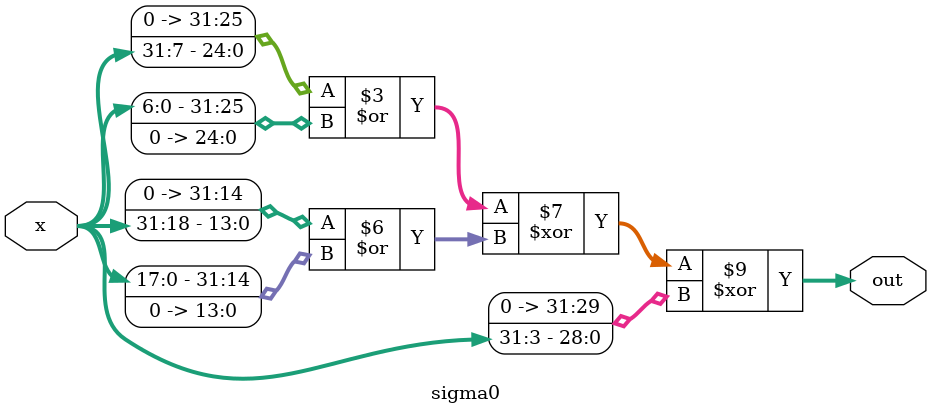
<source format=v>
module sigma0 (
    input  wire [31:0] x,    // Input 32-bit word  
    output wire [31:0] out   // Output σ₀(x)
);

    // σ₀(x) = ROTR^7(x) ⊕ ROTR^18(x) ⊕ SHR^3(x)
    // Where ROTR^n(x) = (x >> n) | (x << (32-n))
    // And SHR^n(x) = x >> n
    assign out = ((x >> 7)  | (x << 25)) ^  // ROTR^7(x)
                 ((x >> 18) | (x << 14)) ^  // ROTR^18(x) 
                 (x >> 3);                  // SHR^3(x)

endmodule
</source>
